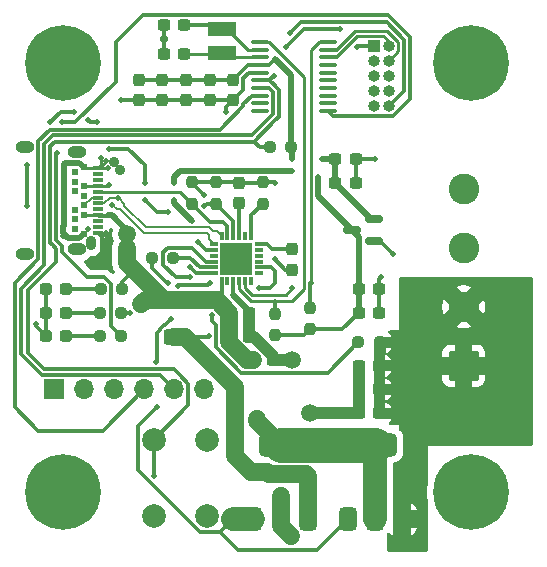
<source format=gbr>
%TF.GenerationSoftware,KiCad,Pcbnew,9.0.0*%
%TF.CreationDate,2025-08-18T11:23:06-07:00*%
%TF.ProjectId,USB_C_Simple_Trig,5553425f-435f-4536-996d-706c655f5472,rev?*%
%TF.SameCoordinates,Original*%
%TF.FileFunction,Copper,L1,Top*%
%TF.FilePolarity,Positive*%
%FSLAX46Y46*%
G04 Gerber Fmt 4.6, Leading zero omitted, Abs format (unit mm)*
G04 Created by KiCad (PCBNEW 9.0.0) date 2025-08-18 11:23:06*
%MOMM*%
%LPD*%
G01*
G04 APERTURE LIST*
G04 Aperture macros list*
%AMRoundRect*
0 Rectangle with rounded corners*
0 $1 Rounding radius*
0 $2 $3 $4 $5 $6 $7 $8 $9 X,Y pos of 4 corners*
0 Add a 4 corners polygon primitive as box body*
4,1,4,$2,$3,$4,$5,$6,$7,$8,$9,$2,$3,0*
0 Add four circle primitives for the rounded corners*
1,1,$1+$1,$2,$3*
1,1,$1+$1,$4,$5*
1,1,$1+$1,$6,$7*
1,1,$1+$1,$8,$9*
0 Add four rect primitives between the rounded corners*
20,1,$1+$1,$2,$3,$4,$5,0*
20,1,$1+$1,$4,$5,$6,$7,0*
20,1,$1+$1,$6,$7,$8,$9,0*
20,1,$1+$1,$8,$9,$2,$3,0*%
G04 Aperture macros list end*
%TA.AperFunction,SMDPad,CuDef*%
%ADD10RoundRect,0.237500X-0.287500X-0.237500X0.287500X-0.237500X0.287500X0.237500X-0.287500X0.237500X0*%
%TD*%
%TA.AperFunction,SMDPad,CuDef*%
%ADD11RoundRect,0.237500X-0.250000X-0.237500X0.250000X-0.237500X0.250000X0.237500X-0.250000X0.237500X0*%
%TD*%
%TA.AperFunction,SMDPad,CuDef*%
%ADD12RoundRect,0.237500X-0.300000X-0.237500X0.300000X-0.237500X0.300000X0.237500X-0.300000X0.237500X0*%
%TD*%
%TA.AperFunction,ComponentPad*%
%ADD13R,1.000000X1.000000*%
%TD*%
%TA.AperFunction,ComponentPad*%
%ADD14O,1.000000X1.000000*%
%TD*%
%TA.AperFunction,SMDPad,CuDef*%
%ADD15RoundRect,0.237500X0.300000X0.237500X-0.300000X0.237500X-0.300000X-0.237500X0.300000X-0.237500X0*%
%TD*%
%TA.AperFunction,SMDPad,CuDef*%
%ADD16RoundRect,0.237500X0.250000X0.237500X-0.250000X0.237500X-0.250000X-0.237500X0.250000X-0.237500X0*%
%TD*%
%TA.AperFunction,ComponentPad*%
%ADD17C,6.400000*%
%TD*%
%TA.AperFunction,SMDPad,CuDef*%
%ADD18RoundRect,0.375000X0.375000X-0.625000X0.375000X0.625000X-0.375000X0.625000X-0.375000X-0.625000X0*%
%TD*%
%TA.AperFunction,SMDPad,CuDef*%
%ADD19RoundRect,0.500000X1.400000X-0.500000X1.400000X0.500000X-1.400000X0.500000X-1.400000X-0.500000X0*%
%TD*%
%TA.AperFunction,SMDPad,CuDef*%
%ADD20RoundRect,0.237500X-0.237500X0.300000X-0.237500X-0.300000X0.237500X-0.300000X0.237500X0.300000X0*%
%TD*%
%TA.AperFunction,ComponentPad*%
%ADD21C,2.000000*%
%TD*%
%TA.AperFunction,ComponentPad*%
%ADD22O,1.600200X1.016000*%
%TD*%
%TA.AperFunction,ComponentPad*%
%ADD23O,0.914400X1.193800*%
%TD*%
%TA.AperFunction,SMDPad,CuDef*%
%ADD24R,0.889000X0.304800*%
%TD*%
%TA.AperFunction,ComponentPad*%
%ADD25C,0.609600*%
%TD*%
%TA.AperFunction,ComponentPad*%
%ADD26RoundRect,0.250000X1.050000X-1.050000X1.050000X1.050000X-1.050000X1.050000X-1.050000X-1.050000X0*%
%TD*%
%TA.AperFunction,ComponentPad*%
%ADD27C,2.600000*%
%TD*%
%TA.AperFunction,SMDPad,CuDef*%
%ADD28RoundRect,0.100000X-0.637500X-0.100000X0.637500X-0.100000X0.637500X0.100000X-0.637500X0.100000X0*%
%TD*%
%TA.AperFunction,SMDPad,CuDef*%
%ADD29RoundRect,0.237500X0.237500X-0.250000X0.237500X0.250000X-0.237500X0.250000X-0.237500X-0.250000X0*%
%TD*%
%TA.AperFunction,ComponentPad*%
%ADD30R,1.700000X1.700000*%
%TD*%
%TA.AperFunction,ComponentPad*%
%ADD31O,1.700000X1.700000*%
%TD*%
%TA.AperFunction,SMDPad,CuDef*%
%ADD32RoundRect,0.237500X-0.237500X0.250000X-0.237500X-0.250000X0.237500X-0.250000X0.237500X0.250000X0*%
%TD*%
%TA.AperFunction,SMDPad,CuDef*%
%ADD33RoundRect,0.237500X0.237500X-0.300000X0.237500X0.300000X-0.237500X0.300000X-0.237500X-0.300000X0*%
%TD*%
%TA.AperFunction,SMDPad,CuDef*%
%ADD34R,2.387600X1.193800*%
%TD*%
%TA.AperFunction,SMDPad,CuDef*%
%ADD35RoundRect,0.250000X-0.625000X0.400000X-0.625000X-0.400000X0.625000X-0.400000X0.625000X0.400000X0*%
%TD*%
%TA.AperFunction,SMDPad,CuDef*%
%ADD36R,0.300000X0.750000*%
%TD*%
%TA.AperFunction,SMDPad,CuDef*%
%ADD37R,0.750000X0.300000*%
%TD*%
%TA.AperFunction,SMDPad,CuDef*%
%ADD38R,2.700000X2.700000*%
%TD*%
%TA.AperFunction,SMDPad,CuDef*%
%ADD39RoundRect,0.150000X0.587500X0.150000X-0.587500X0.150000X-0.587500X-0.150000X0.587500X-0.150000X0*%
%TD*%
%TA.AperFunction,ViaPad*%
%ADD40C,1.500000*%
%TD*%
%TA.AperFunction,ViaPad*%
%ADD41C,0.500000*%
%TD*%
%TA.AperFunction,ViaPad*%
%ADD42C,0.900000*%
%TD*%
%TA.AperFunction,ViaPad*%
%ADD43C,0.700000*%
%TD*%
%TA.AperFunction,Conductor*%
%ADD44C,1.500000*%
%TD*%
%TA.AperFunction,Conductor*%
%ADD45C,0.300000*%
%TD*%
%TA.AperFunction,Conductor*%
%ADD46C,2.000000*%
%TD*%
%TA.AperFunction,Conductor*%
%ADD47C,3.000000*%
%TD*%
%TA.AperFunction,Conductor*%
%ADD48C,0.254000*%
%TD*%
%TA.AperFunction,Conductor*%
%ADD49C,0.500000*%
%TD*%
%TA.AperFunction,Conductor*%
%ADD50C,1.000000*%
%TD*%
%TA.AperFunction,Conductor*%
%ADD51C,0.550000*%
%TD*%
%TA.AperFunction,Conductor*%
%ADD52C,0.200000*%
%TD*%
%TA.AperFunction,Conductor*%
%ADD53C,0.150000*%
%TD*%
G04 APERTURE END LIST*
D10*
%TO.P,D2,1,K*%
%TO.N,GND*%
X121625000Y-108500000D03*
%TO.P,D2,2,A*%
%TO.N,Net-(D2-A)*%
X123375000Y-108500000D03*
%TD*%
D11*
%TO.P,R9,1*%
%TO.N,Net-(D3-A)*%
X126175000Y-112500000D03*
%TO.P,R9,2*%
%TO.N,/MCU/STATUS_LED*%
X128000000Y-112500000D03*
%TD*%
D12*
%TO.P,C4,1*%
%TO.N,VBUS*%
X139137500Y-114500000D03*
%TO.P,C4,2*%
%TO.N,GND*%
X140862500Y-114500000D03*
%TD*%
%TO.P,C2,1*%
%TO.N,VBUS*%
X137137500Y-110500000D03*
%TO.P,C2,2*%
%TO.N,GND*%
X138862500Y-110500000D03*
%TD*%
D13*
%TO.P,J4,1,VTref*%
%TO.N,+3V3*%
X149375000Y-87920000D03*
D14*
%TO.P,J4,2,SWDIO/TMS*%
%TO.N,/MCU/SWDIO*%
X150645000Y-87920000D03*
%TO.P,J4,3,GND*%
%TO.N,GND*%
X149375000Y-89190000D03*
%TO.P,J4,4,SWCLK/TCK*%
%TO.N,/MCU/SWCLK*%
X150645000Y-89190000D03*
%TO.P,J4,5,GND*%
%TO.N,GND*%
X149375000Y-90460000D03*
%TO.P,J4,6,SWO/TDO*%
%TO.N,unconnected-(J4-SWO{slash}TDO-Pad6)*%
X150645000Y-90460000D03*
%TO.P,J4,7,KEY*%
%TO.N,unconnected-(J4-KEY-Pad7)*%
X149375000Y-91730000D03*
%TO.P,J4,8,NC/TDI*%
%TO.N,unconnected-(J4-NC{slash}TDI-Pad8)*%
X150645000Y-91730000D03*
%TO.P,J4,9,GNDDetect*%
%TO.N,GND*%
X149375000Y-93000000D03*
%TO.P,J4,10,~{RESET}*%
%TO.N,/MCU/NRST*%
X150645000Y-93000000D03*
%TD*%
D15*
%TO.P,C9,1*%
%TO.N,VOUT*%
X149862500Y-117000000D03*
%TO.P,C9,2*%
%TO.N,GND*%
X148137500Y-117000000D03*
%TD*%
D16*
%TO.P,R2,1*%
%TO.N,VBUS*%
X128087500Y-108500000D03*
%TO.P,R2,2*%
%TO.N,Net-(D2-A)*%
X126262500Y-108500000D03*
%TD*%
D17*
%TO.P,H4,1,1*%
%TO.N,GND*%
X123100000Y-125700000D03*
%TD*%
D18*
%TO.P,Q2,1,D*%
%TO.N,Net-(Q1-D)*%
X149500000Y-128000000D03*
D19*
X149500000Y-121700000D03*
D18*
%TO.P,Q2,2,G*%
%TO.N,Net-(Q1-G)*%
X147200000Y-128000000D03*
%TO.P,Q2,3,S*%
%TO.N,VOUT*%
X151800000Y-128000000D03*
%TD*%
D20*
%TO.P,C21,1*%
%TO.N,+3V3*%
X137500000Y-90762500D03*
%TO.P,C21,2*%
%TO.N,GND*%
X137500000Y-92487500D03*
%TD*%
D21*
%TO.P,SW1,1,1*%
%TO.N,GND*%
X135250000Y-121250000D03*
X135250000Y-127750000D03*
%TO.P,SW1,2,2*%
%TO.N,/MCU/NRST*%
X130750000Y-121250000D03*
X130750000Y-127750000D03*
%TD*%
D11*
%TO.P,R12,1*%
%TO.N,Net-(Q1-G)*%
X130587500Y-105850000D03*
%TO.P,R12,2*%
%TO.N,/USB_C_IC/PWR_EN*%
X132412500Y-105850000D03*
%TD*%
D22*
%TO.P,J1,25*%
%TO.N,N/C*%
X124247400Y-96876201D03*
%TO.P,J1,26*%
X119847400Y-96516199D03*
%TO.P,J1,27*%
X124247400Y-105136199D03*
%TO.P,J1,28*%
X119847400Y-105496201D03*
D23*
%TO.P,J1,29*%
X125487400Y-104606200D03*
D24*
%TO.P,J1,A1,GND*%
%TO.N,GND*%
X126052400Y-98255507D03*
%TO.P,J1,A2,TX1+*%
%TO.N,unconnected-(J1-TX1+-PadA2)*%
X126052400Y-98755633D03*
%TO.P,J1,A3,TX1-*%
%TO.N,unconnected-(J1-TX1--PadA3)*%
X126052400Y-99255759D03*
%TO.P,J1,A4,VBUS*%
%TO.N,VBUS*%
X126052400Y-99755885D03*
%TO.P,J1,A5,CC1*%
%TO.N,/USB_C_IC/CC1*%
X126052400Y-100256011D03*
%TO.P,J1,A6,D+*%
%TO.N,/USB_C_IC/data_+*%
X126052400Y-100756137D03*
%TO.P,J1,A7,D-*%
%TO.N,/USB_C_IC/data_-*%
X126052400Y-101256263D03*
%TO.P,J1,A8,SBU1*%
%TO.N,unconnected-(J1-SBU1-PadA8)*%
X126052400Y-101756389D03*
%TO.P,J1,A9,VBUS*%
%TO.N,VBUS*%
X126052400Y-102256515D03*
%TO.P,J1,A10,RX2-*%
%TO.N,unconnected-(J1-RX2--PadA10)*%
X126052400Y-102756641D03*
%TO.P,J1,A11,RX2+*%
%TO.N,unconnected-(J1-RX2+-PadA11)*%
X126052400Y-103256767D03*
%TO.P,J1,A12,GND*%
%TO.N,GND*%
X126052400Y-103756893D03*
D25*
%TO.P,J1,B1,GND*%
X124837400Y-103806393D03*
%TO.P,J1,B2,TX2+*%
%TO.N,unconnected-(J1-TX2+-PadB2)*%
X124137400Y-103406267D03*
%TO.P,J1,B3,TX2-*%
%TO.N,unconnected-(J1-TX2--PadB3)*%
X124137400Y-102606141D03*
%TO.P,J1,B4,VBUS*%
%TO.N,VBUS*%
X124837400Y-102206015D03*
%TO.P,J1,B5,CC2*%
%TO.N,/USB_C_IC/CC2*%
X124137400Y-101781389D03*
%TO.P,J1,B6,D+*%
%TO.N,/USB_C_IC/data_+*%
X124837400Y-101418763D03*
%TO.P,J1,B7,D-*%
%TO.N,/USB_C_IC/data_-*%
X124837400Y-100618637D03*
%TO.P,J1,B8,SBU2*%
%TO.N,unconnected-(J1-SBU2-PadB8)*%
X124137400Y-100181011D03*
%TO.P,J1,B9,VBUS*%
%TO.N,VBUS*%
X124837400Y-99806385D03*
%TO.P,J1,B10,RX1-*%
%TO.N,unconnected-(J1-RX1--PadB10)*%
X124137400Y-99406259D03*
%TO.P,J1,B11,RX1+*%
%TO.N,unconnected-(J1-RX1+-PadB11)*%
X124137400Y-98606133D03*
%TO.P,J1,B12,GND*%
%TO.N,GND*%
X124837400Y-98206007D03*
%TD*%
D17*
%TO.P,H3,1,1*%
%TO.N,GND*%
X123100000Y-89400000D03*
%TD*%
D12*
%TO.P,C6,1*%
%TO.N,+5V*%
X148137500Y-110500000D03*
%TO.P,C6,2*%
%TO.N,GND*%
X149862500Y-110500000D03*
%TD*%
D26*
%TO.P,J2,1,Pin_1*%
%TO.N,VOUT*%
X157000000Y-115000000D03*
D27*
%TO.P,J2,2,Pin_2*%
X157000000Y-110000000D03*
%TO.P,J2,3,Pin_3*%
%TO.N,GND*%
X157000000Y-105000000D03*
%TO.P,J2,4,Pin_4*%
X157000000Y-100000000D03*
%TD*%
D28*
%TO.P,U5,1,PB7*%
%TO.N,/MCU/I2C_SDA*%
X139775000Y-87575000D03*
%TO.P,U5,2,PC14*%
%TO.N,/MCU/OSC_IN*%
X139775000Y-88225000D03*
%TO.P,U5,3,PC15*%
%TO.N,/MCU/OSC_OUT*%
X139775000Y-88875000D03*
%TO.P,U5,4,VDD*%
%TO.N,+3V3*%
X139775000Y-89525000D03*
%TO.P,U5,5,VSS*%
%TO.N,GND*%
X139775000Y-90175000D03*
%TO.P,U5,6,PF2*%
%TO.N,/MCU/NRST*%
X139775000Y-90825000D03*
%TO.P,U5,7,PA0*%
%TO.N,/MCU/UART_TX*%
X139775000Y-91475000D03*
%TO.P,U5,8,PA1*%
%TO.N,/MCU/UART_RX*%
X139775000Y-92125000D03*
%TO.P,U5,9,PA2*%
%TO.N,unconnected-(U5-PA2-Pad9)*%
X139775000Y-92775000D03*
%TO.P,U5,10,PA3*%
%TO.N,unconnected-(U5-PA3-Pad10)*%
X139775000Y-93425000D03*
%TO.P,U5,11,PA4*%
%TO.N,/MCU/STATUS_LED*%
X145500000Y-93425000D03*
%TO.P,U5,12,PA5*%
%TO.N,unconnected-(U5-PA5-Pad12)*%
X145500000Y-92775000D03*
%TO.P,U5,13,PA6*%
%TO.N,unconnected-(U5-PA6-Pad13)*%
X145500000Y-92125000D03*
%TO.P,U5,14,PA7*%
%TO.N,unconnected-(U5-PA7-Pad14)*%
X145500000Y-91475000D03*
%TO.P,U5,15,PA8*%
%TO.N,unconnected-(U5-PA8-Pad15)*%
X145500000Y-90825000D03*
%TO.P,U5,16,PA9/PA11*%
%TO.N,unconnected-(U5-PA9{slash}PA11-Pad16)*%
X145500000Y-90175000D03*
%TO.P,U5,17,PA10/PA12*%
%TO.N,unconnected-(U5-PA10{slash}PA12-Pad17)*%
X145500000Y-89525000D03*
%TO.P,U5,18,PA13*%
%TO.N,/MCU/SWDIO*%
X145500000Y-88875000D03*
%TO.P,U5,19,PA14*%
%TO.N,/MCU/SWCLK*%
X145500000Y-88225000D03*
%TO.P,U5,20,PB6*%
%TO.N,/MCU/I2C_SCL*%
X145500000Y-87575000D03*
%TD*%
D29*
%TO.P,R11,1*%
%TO.N,+5V*%
X141000000Y-112412500D03*
%TO.P,R11,2*%
%TO.N,/MCU/I2C_SDA*%
X141000000Y-110587500D03*
%TD*%
D12*
%TO.P,C3,1*%
%TO.N,VBUS*%
X137137500Y-112520000D03*
%TO.P,C3,2*%
%TO.N,GND*%
X138862500Y-112520000D03*
%TD*%
D18*
%TO.P,Q1,1,D*%
%TO.N,Net-(Q1-D)*%
X141500000Y-128000000D03*
D19*
X141500000Y-121700000D03*
D18*
%TO.P,Q1,2,G*%
%TO.N,Net-(Q1-G)*%
X139200000Y-128000000D03*
%TO.P,Q1,3,S*%
%TO.N,Net-(IC1-VCC)*%
X143800000Y-128000000D03*
%TD*%
D30*
%TO.P,J3,1,Pin_1*%
%TO.N,GND*%
X122340000Y-117000000D03*
D31*
%TO.P,J3,2,Pin_2*%
%TO.N,unconnected-(J3-Pin_2-Pad2)*%
X124880000Y-117000000D03*
%TO.P,J3,3,Pin_3*%
%TO.N,unconnected-(J3-Pin_3-Pad3)*%
X127420000Y-117000000D03*
%TO.P,J3,4,Pin_4*%
%TO.N,/MCU/UART_RX*%
X129960000Y-117000000D03*
%TO.P,J3,5,Pin_5*%
%TO.N,/MCU/UART_TX*%
X132500000Y-117000000D03*
%TO.P,J3,6,Pin_6*%
%TO.N,unconnected-(J3-Pin_6-Pad6)*%
X135040000Y-117000000D03*
%TD*%
D32*
%TO.P,R5,1*%
%TO.N,GND*%
X134000000Y-99437500D03*
%TO.P,R5,2*%
%TO.N,/USB_C_IC/CC1*%
X134000000Y-101262500D03*
%TD*%
D20*
%TO.P,C19,1*%
%TO.N,+3V3*%
X133500000Y-90762500D03*
%TO.P,C19,2*%
%TO.N,GND*%
X133500000Y-92487500D03*
%TD*%
D15*
%TO.P,C10,1*%
%TO.N,VOUT*%
X149862500Y-115000000D03*
%TO.P,C10,2*%
%TO.N,GND*%
X148137500Y-115000000D03*
%TD*%
D20*
%TO.P,C20,1*%
%TO.N,+3V3*%
X135500000Y-90762500D03*
%TO.P,C20,2*%
%TO.N,GND*%
X135500000Y-92487500D03*
%TD*%
%TO.P,C7,1*%
%TO.N,+1V8*%
X142500000Y-105137500D03*
%TO.P,C7,2*%
%TO.N,GND*%
X142500000Y-106862500D03*
%TD*%
D12*
%TO.P,C22,1*%
%TO.N,GND*%
X131637500Y-86125000D03*
%TO.P,C22,2*%
%TO.N,/MCU/OSC_IN*%
X133362500Y-86125000D03*
%TD*%
D33*
%TO.P,C1,1*%
%TO.N,Net-(IC1-IFB)*%
X138000000Y-101212500D03*
%TO.P,C1,2*%
%TO.N,GND*%
X138000000Y-99487500D03*
%TD*%
D12*
%TO.P,C25,1*%
%TO.N,+3V3*%
X146137500Y-97490000D03*
%TO.P,C25,2*%
%TO.N,GND*%
X147862500Y-97490000D03*
%TD*%
D29*
%TO.P,R6,1*%
%TO.N,Net-(IC1-OTP)*%
X140000000Y-101262500D03*
%TO.P,R6,2*%
%TO.N,GND*%
X140000000Y-99437500D03*
%TD*%
D12*
%TO.P,C23,1*%
%TO.N,GND*%
X131637500Y-88625000D03*
%TO.P,C23,2*%
%TO.N,/MCU/OSC_OUT*%
X133362500Y-88625000D03*
%TD*%
D10*
%TO.P,D1,1,K*%
%TO.N,GND*%
X121625000Y-110500000D03*
%TO.P,D1,2,A*%
%TO.N,Net-(D1-A)*%
X123375000Y-110500000D03*
%TD*%
D20*
%TO.P,C17,1*%
%TO.N,+3V3*%
X129500000Y-90762500D03*
%TO.P,C17,2*%
%TO.N,GND*%
X129500000Y-92487500D03*
%TD*%
D17*
%TO.P,H1,1,1*%
%TO.N,GND*%
X157600000Y-89400000D03*
%TD*%
%TO.P,H2,1,1*%
%TO.N,GND*%
X157600000Y-125700000D03*
%TD*%
D32*
%TO.P,R4,1*%
%TO.N,GND*%
X136000000Y-99437500D03*
%TO.P,R4,2*%
%TO.N,/USB_C_IC/CC2*%
X136000000Y-101262500D03*
%TD*%
D29*
%TO.P,R10,1*%
%TO.N,+5V*%
X144000000Y-111912500D03*
%TO.P,R10,2*%
%TO.N,/MCU/I2C_SCL*%
X144000000Y-110087500D03*
%TD*%
D20*
%TO.P,C18,1*%
%TO.N,+3V3*%
X131500000Y-90762500D03*
%TO.P,C18,2*%
%TO.N,GND*%
X131500000Y-92487500D03*
%TD*%
D12*
%TO.P,C5,1*%
%TO.N,+5V*%
X148137500Y-108500000D03*
%TO.P,C5,2*%
%TO.N,GND*%
X149862500Y-108500000D03*
%TD*%
D10*
%TO.P,D3,1,K*%
%TO.N,GND*%
X121625000Y-112500000D03*
%TO.P,D3,2,A*%
%TO.N,Net-(D3-A)*%
X123375000Y-112500000D03*
%TD*%
D34*
%TO.P,Y1,1,1*%
%TO.N,/MCU/OSC_OUT*%
X136500000Y-88503300D03*
%TO.P,Y1,2,2*%
%TO.N,/MCU/OSC_IN*%
X136500000Y-86496700D03*
%TD*%
D11*
%TO.P,R1,1*%
%TO.N,Net-(D1-A)*%
X126175000Y-110500000D03*
%TO.P,R1,2*%
%TO.N,Net-(IC1-LED)*%
X128000000Y-110500000D03*
%TD*%
D35*
%TO.P,R3,1*%
%TO.N,VBUS*%
X132500000Y-109450000D03*
%TO.P,R3,2*%
%TO.N,Net-(IC1-VCC)*%
X132500000Y-112550000D03*
%TD*%
D15*
%TO.P,C8,1*%
%TO.N,VOUT*%
X149862500Y-119020000D03*
%TO.P,C8,2*%
%TO.N,GND*%
X148137500Y-119020000D03*
%TD*%
D12*
%TO.P,C24,1*%
%TO.N,+3V3*%
X146137500Y-99500000D03*
%TO.P,C24,2*%
%TO.N,GND*%
X147862500Y-99500000D03*
%TD*%
D36*
%TO.P,IC1,1,ISENP*%
%TO.N,VBUS*%
X136500000Y-107850000D03*
%TO.P,IC1,2,NC_1*%
%TO.N,unconnected-(IC1-NC_1-Pad2)*%
X137000000Y-107850000D03*
%TO.P,IC1,3,GND_1*%
%TO.N,GND*%
X137500000Y-107850000D03*
%TO.P,IC1,4,SDA*%
%TO.N,/MCU/I2C_SDA*%
X138000000Y-107850000D03*
%TO.P,IC1,5,SCL*%
%TO.N,/MCU/I2C_SCL*%
X138500000Y-107850000D03*
%TO.P,IC1,6,FLIP*%
%TO.N,unconnected-(IC1-FLIP-Pad6)*%
X139000000Y-107850000D03*
D37*
%TO.P,IC1,7,NC_2*%
%TO.N,unconnected-(IC1-NC_2-Pad7)*%
X139675000Y-107175000D03*
%TO.P,IC1,8,LED*%
%TO.N,Net-(IC1-LED)*%
X139675000Y-106675000D03*
%TO.P,IC1,9,INT*%
%TO.N,unconnected-(IC1-INT-Pad9)*%
X139675000Y-106175000D03*
%TO.P,IC1,10,NC_3*%
%TO.N,unconnected-(IC1-NC_3-Pad10)*%
X139675000Y-105675000D03*
%TO.P,IC1,11,NC_4*%
%TO.N,unconnected-(IC1-NC_4-Pad11)*%
X139675000Y-105175000D03*
%TO.P,IC1,12,V18*%
%TO.N,+1V8*%
X139675000Y-104675000D03*
D36*
%TO.P,IC1,13,OTP*%
%TO.N,Net-(IC1-OTP)*%
X139000000Y-104000000D03*
%TO.P,IC1,14,NC_5*%
%TO.N,unconnected-(IC1-NC_5-Pad14)*%
X138500000Y-104000000D03*
%TO.P,IC1,15,IFB*%
%TO.N,Net-(IC1-IFB)*%
X138000000Y-104000000D03*
%TO.P,IC1,16,CC2*%
%TO.N,/USB_C_IC/CC2*%
X137500000Y-104000000D03*
%TO.P,IC1,17,CC1*%
%TO.N,/USB_C_IC/CC1*%
X137000000Y-104000000D03*
%TO.P,IC1,18,DN*%
%TO.N,/USB_C_IC/data_-*%
X136500000Y-104000000D03*
D37*
%TO.P,IC1,19,DP*%
%TO.N,/USB_C_IC/data_+*%
X135825000Y-104675000D03*
%TO.P,IC1,20,V5V*%
%TO.N,+5V*%
X135825000Y-105175000D03*
%TO.P,IC1,21,NC_6*%
%TO.N,unconnected-(IC1-NC_6-Pad21)*%
X135825000Y-105675000D03*
%TO.P,IC1,22,VOUT*%
%TO.N,Net-(IC1-VOUT)*%
X135825000Y-106175000D03*
%TO.P,IC1,23,PWR_EN*%
%TO.N,/USB_C_IC/PWR_EN*%
X135825000Y-106675000D03*
%TO.P,IC1,24,VCC*%
%TO.N,Net-(IC1-VCC)*%
X135825000Y-107175000D03*
D38*
%TO.P,IC1,25,GND_2*%
%TO.N,GND*%
X137750000Y-105925000D03*
%TD*%
D16*
%TO.P,R8,1*%
%TO.N,+3V3*%
X142412500Y-96500000D03*
%TO.P,R8,2*%
%TO.N,/MCU/NRST*%
X140587500Y-96500000D03*
%TD*%
D11*
%TO.P,R7,1*%
%TO.N,Net-(IC1-VOUT)*%
X148087500Y-113000000D03*
%TO.P,R7,2*%
%TO.N,VOUT*%
X149912500Y-113000000D03*
%TD*%
D39*
%TO.P,U10,1,GND*%
%TO.N,GND*%
X149437500Y-104450000D03*
%TO.P,U10,2,VO*%
%TO.N,+3V3*%
X149437500Y-102550000D03*
%TO.P,U10,3,VI*%
%TO.N,+5V*%
X147562500Y-103500000D03*
%TD*%
D40*
%TO.N,VOUT*%
X152000000Y-130000000D03*
X152000000Y-125500000D03*
%TO.N,VBUS*%
X130837500Y-108662500D03*
X129722416Y-109796856D03*
%TO.N,Net-(IC1-VCC)*%
X143800000Y-125500000D03*
X134412500Y-113587500D03*
%TO.N,Net-(Q1-D)*%
X149500000Y-125000000D03*
X142343905Y-129400001D03*
X145000000Y-121700000D03*
X141500000Y-126000000D03*
D41*
%TO.N,GND*%
X126850000Y-98250000D03*
X125157898Y-103400000D03*
X150000000Y-107500000D03*
X126750000Y-97700000D03*
X126650000Y-105550000D03*
X141000000Y-99500000D03*
X123103000Y-104024270D03*
X151000000Y-105500000D03*
X127000000Y-104200000D03*
X136900000Y-93500000D03*
D40*
X144000000Y-119000000D03*
D41*
X123103000Y-103200000D03*
X126729529Y-103794375D03*
X120753000Y-111500000D03*
X137500000Y-109000000D03*
X137750000Y-105925000D03*
D42*
X127400000Y-97750000D03*
D41*
X123150000Y-97950000D03*
D40*
X142500000Y-114500000D03*
D41*
X128000000Y-92500000D03*
X125400000Y-106200000D03*
D43*
X131637500Y-87350000D03*
D42*
X127900000Y-98400000D03*
D41*
X141000000Y-106000000D03*
X126317576Y-97399866D03*
X123150000Y-98950000D03*
X149500000Y-97500000D03*
X126900000Y-104750000D03*
X135000000Y-100500000D03*
D40*
%TO.N,VBUS*%
X128500000Y-105000000D03*
X128500000Y-103850000D03*
D41*
X126946902Y-99679011D03*
%TO.N,+5V*%
X132500000Y-99500000D03*
X132500000Y-101000000D03*
X142500000Y-98500000D03*
X134500000Y-104500000D03*
X144654000Y-99000000D03*
X134000000Y-102725000D03*
%TO.N,+3V3*%
X142500000Y-97500000D03*
X142000000Y-88000000D03*
X145000000Y-97500000D03*
X148000000Y-88000000D03*
X146500000Y-86500000D03*
X141000000Y-89000000D03*
%TO.N,/MCU/STATUS_LED*%
X123000000Y-94400000D03*
X122602000Y-97000000D03*
%TO.N,Net-(IC1-LED)*%
X135500000Y-108000000D03*
X139689468Y-108423000D03*
X128750000Y-110500000D03*
X132854471Y-108250000D03*
%TO.N,Net-(IC1-VOUT)*%
X135673894Y-110733452D03*
X133825735Y-107522794D03*
%TO.N,/MCU/NRST*%
X142325735Y-86825735D03*
X130800000Y-124300000D03*
X140943236Y-90423265D03*
%TO.N,/MCU/I2C_SCL*%
X142500000Y-108423000D03*
X144077000Y-108000000D03*
D40*
%TO.N,Net-(Q1-D)*%
X139500000Y-119500000D03*
D41*
%TO.N,Net-(Q1-G)*%
X132000000Y-108000000D03*
X131000000Y-118500000D03*
X132254471Y-111000000D03*
D40*
X137500000Y-128000000D03*
D41*
X130989381Y-114698000D03*
%TO.N,Net-(IC1-VCC)*%
X133825735Y-106674265D03*
X135400000Y-112500000D03*
%TO.N,/USB_C_IC/CC2*%
X125185202Y-94185201D03*
X126000000Y-94400000D03*
X122000000Y-94400000D03*
X130000000Y-101000000D03*
X132000000Y-102000000D03*
X135043015Y-101456985D03*
X120000000Y-98000000D03*
X124000000Y-93500000D03*
X127000000Y-96617201D03*
X130000000Y-99500000D03*
X120000000Y-101500000D03*
%TO.N,/USB_C_IC/data_-*%
X127774626Y-100833011D03*
%TO.N,/USB_C_IC/data_+*%
X127269003Y-101343698D03*
%TD*%
D44*
%TO.N,VBUS*%
X130837500Y-108662500D02*
X129087500Y-106912500D01*
X130069272Y-109450000D02*
X129722416Y-109796856D01*
X132500000Y-109450000D02*
X130069272Y-109450000D01*
D45*
%TO.N,Net-(Q1-G)*%
X132000000Y-108000000D02*
X131872058Y-108000000D01*
X131872058Y-108000000D02*
X130587500Y-106715442D01*
X130587500Y-106715442D02*
X130587500Y-105850000D01*
X131000000Y-112254471D02*
X131000000Y-114687381D01*
X131274000Y-111980471D02*
X131000000Y-112254471D01*
X131000000Y-114687381D02*
X130989381Y-114698000D01*
X131274000Y-111894130D02*
X131274000Y-111980471D01*
X131705471Y-111549000D02*
X131619130Y-111549000D01*
X132254471Y-111000000D02*
X131705471Y-111549000D01*
X131619130Y-111549000D02*
X131274000Y-111894130D01*
%TO.N,Net-(IC1-LED)*%
X132980677Y-108123794D02*
X135376206Y-108123794D01*
X132854471Y-108250000D02*
X132980677Y-108123794D01*
X135376206Y-108123794D02*
X135500000Y-108000000D01*
%TO.N,Net-(IC1-VCC)*%
X135350000Y-112550000D02*
X132500000Y-112550000D01*
X135400000Y-112500000D02*
X135350000Y-112550000D01*
%TO.N,Net-(IC1-VOUT)*%
X136000000Y-111552212D02*
X136000000Y-113439423D01*
X135673894Y-111226106D02*
X136000000Y-111552212D01*
X145486500Y-115601000D02*
X148087500Y-113000000D01*
X135673894Y-110733452D02*
X135673894Y-111226106D01*
X136000000Y-113439423D02*
X138161577Y-115601000D01*
X138161577Y-115601000D02*
X145486500Y-115601000D01*
D44*
%TO.N,Net-(IC1-VCC)*%
X137649000Y-116824000D02*
X134412500Y-113587500D01*
X143800000Y-125500000D02*
X143800000Y-128000000D01*
X137649000Y-122649000D02*
X137649000Y-116824000D01*
X139000000Y-124000000D02*
X137649000Y-122649000D01*
X140333763Y-124000000D02*
X139000000Y-124000000D01*
X143651000Y-124151000D02*
X140484763Y-124151000D01*
X140484763Y-124151000D02*
X140333763Y-124000000D01*
X143800000Y-125500000D02*
X143800000Y-124300000D01*
X143800000Y-124300000D02*
X143651000Y-124151000D01*
D46*
%TO.N,Net-(Q1-D)*%
X149500000Y-125000000D02*
X149500000Y-122700000D01*
D45*
%TO.N,Net-(Q1-G)*%
X137888674Y-130590674D02*
X144609326Y-130590674D01*
X136399000Y-129101000D02*
X137888674Y-130590674D01*
X144609326Y-130590674D02*
X147200000Y-128000000D01*
D44*
%TO.N,Net-(Q1-D)*%
X141500000Y-128556096D02*
X142343905Y-129400001D01*
X141500000Y-128000000D02*
X141500000Y-128556096D01*
D47*
X145000000Y-121700000D02*
X148500000Y-121700000D01*
D44*
X141500000Y-128000000D02*
X141500000Y-126000000D01*
D45*
%TO.N,Net-(IC1-IFB)*%
X138000000Y-104000000D02*
X138000000Y-101212500D01*
D48*
%TO.N,GND*%
X126052400Y-103756893D02*
X126272600Y-103977093D01*
D45*
X149490000Y-97490000D02*
X149500000Y-97500000D01*
D49*
X138862500Y-110500000D02*
X138862500Y-110362500D01*
D48*
X126729529Y-103794375D02*
X126692047Y-103756893D01*
X126052400Y-103756893D02*
X126406893Y-103756893D01*
D45*
X131637500Y-86125000D02*
X131637500Y-87350000D01*
D50*
X146020000Y-119020000D02*
X148137500Y-119020000D01*
D48*
X126650000Y-105550000D02*
X126600000Y-105500000D01*
D45*
X149950000Y-104450000D02*
X151000000Y-105500000D01*
X134000000Y-99437500D02*
X136000000Y-99437500D01*
X134000000Y-99437500D02*
X134000000Y-99500000D01*
D49*
X123150000Y-103153000D02*
X123103000Y-103200000D01*
D45*
X129500000Y-92487500D02*
X131500000Y-92487500D01*
X140937500Y-99437500D02*
X141000000Y-99500000D01*
X129500000Y-92487500D02*
X128012500Y-92487500D01*
X147862500Y-97490000D02*
X149490000Y-97490000D01*
D49*
X123544105Y-104191163D02*
X123103000Y-103750058D01*
X123150000Y-98950000D02*
X123150000Y-103153000D01*
D48*
X127000000Y-104200000D02*
X127000000Y-104050000D01*
X126317576Y-97990331D02*
X126317576Y-97399866D01*
X126231587Y-103756893D02*
X126052400Y-103756893D01*
D45*
X131637500Y-87350000D02*
X131637500Y-88625000D01*
D48*
X126406893Y-103756893D02*
X126700000Y-104050000D01*
D45*
X120753000Y-111500000D02*
X120753000Y-111628000D01*
X121625000Y-110500000D02*
X121625000Y-112500000D01*
D49*
X124466594Y-97835201D02*
X124837400Y-98206007D01*
D45*
X136000000Y-99437500D02*
X137950000Y-99437500D01*
D48*
X126194493Y-98255507D02*
X126750000Y-97700000D01*
X127000000Y-104050000D02*
X126706893Y-103756893D01*
X126052400Y-98255507D02*
X126317576Y-97990331D01*
D50*
X144000000Y-119000000D02*
X146000000Y-119000000D01*
X146000000Y-119000000D02*
X146020000Y-119020000D01*
D48*
X126844493Y-98255507D02*
X126850000Y-98250000D01*
D50*
X140862500Y-114172976D02*
X139209524Y-112520000D01*
D48*
X126052400Y-98255507D02*
X126844493Y-98255507D01*
X126600000Y-105500000D02*
X126600000Y-105100000D01*
X126692047Y-103756893D02*
X126052400Y-103756893D01*
D50*
X140862500Y-114500000D02*
X140862500Y-114172976D01*
D45*
X141862500Y-106862500D02*
X141000000Y-106000000D01*
X136900000Y-93100000D02*
X137500000Y-92500000D01*
X139950000Y-99487500D02*
X140000000Y-99437500D01*
X149862500Y-108500000D02*
X149862500Y-110500000D01*
D48*
X126700000Y-104050000D02*
X126700000Y-104550000D01*
X126272600Y-103977093D02*
X126272600Y-105327400D01*
D45*
X137500000Y-92487500D02*
X135500000Y-92487500D01*
X131650000Y-88612500D02*
X131637500Y-88625000D01*
X138000000Y-99487500D02*
X139950000Y-99487500D01*
X131500000Y-92487500D02*
X133500000Y-92487500D01*
X137500000Y-107850000D02*
X137500000Y-109000000D01*
D48*
X126700000Y-104550000D02*
X126900000Y-104750000D01*
D45*
X137500000Y-92500000D02*
X137500000Y-92487500D01*
D48*
X126706893Y-103756893D02*
X126052400Y-103756893D01*
X124886900Y-98255507D02*
X124837400Y-98206007D01*
X126272600Y-105327400D02*
X125400000Y-106200000D01*
D45*
X147862500Y-97490000D02*
X147862500Y-99500000D01*
X149862500Y-108500000D02*
X149862500Y-107637500D01*
D49*
X138862500Y-110362500D02*
X137500000Y-109000000D01*
D45*
X133500000Y-92487500D02*
X135500000Y-92487500D01*
D49*
X124466594Y-104177199D02*
X123558069Y-104177199D01*
D45*
X149437500Y-104450000D02*
X149950000Y-104450000D01*
X120753000Y-111628000D02*
X121625000Y-112500000D01*
D49*
X124837400Y-103806393D02*
X124466594Y-104177199D01*
D45*
X134000000Y-99500000D02*
X135000000Y-100500000D01*
X142500000Y-106862500D02*
X141862500Y-106862500D01*
X136900000Y-93500000D02*
X136900000Y-93100000D01*
D48*
X126500000Y-105000000D02*
X126500000Y-104204493D01*
X126600000Y-105100000D02*
X126500000Y-105000000D01*
D45*
X149862500Y-107637500D02*
X150000000Y-107500000D01*
D48*
X126052400Y-98255507D02*
X124886900Y-98255507D01*
D45*
X139775000Y-90175000D02*
X138825000Y-90175000D01*
D49*
X123558069Y-104177199D02*
X123544105Y-104191163D01*
D50*
X138862500Y-112520000D02*
X138862500Y-110500000D01*
D45*
X128012500Y-92487500D02*
X128000000Y-92500000D01*
D49*
X123150000Y-97950000D02*
X123264799Y-97835201D01*
D48*
X126052400Y-98255507D02*
X126194493Y-98255507D01*
D45*
X138326000Y-91661500D02*
X137500000Y-92487500D01*
D49*
X123264799Y-97835201D02*
X124466594Y-97835201D01*
D50*
X140862500Y-114500000D02*
X142500000Y-114500000D01*
X148137500Y-115000000D02*
X148137500Y-117000000D01*
D45*
X137950000Y-99437500D02*
X138000000Y-99487500D01*
D48*
X126500000Y-104204493D02*
X126052400Y-103756893D01*
D49*
X123150000Y-97950000D02*
X123150000Y-98950000D01*
D50*
X148137500Y-117000000D02*
X148137500Y-119020000D01*
D45*
X138825000Y-90175000D02*
X138326000Y-90674000D01*
X140000000Y-99437500D02*
X140937500Y-99437500D01*
D49*
X123103000Y-103750058D02*
X123103000Y-103200000D01*
D50*
X139209524Y-112520000D02*
X138862500Y-112520000D01*
D45*
X121625000Y-108500000D02*
X121625000Y-110500000D01*
X138326000Y-90674000D02*
X138326000Y-91661500D01*
%TO.N,VBUS*%
X136500000Y-107850000D02*
X136500000Y-109037500D01*
D48*
X126946902Y-99682109D02*
X126873126Y-99755885D01*
X126072126Y-102276241D02*
X126823759Y-102276241D01*
X126052400Y-102256515D02*
X126072126Y-102236789D01*
X126052400Y-99755885D02*
X124887900Y-99755885D01*
X126873126Y-99755885D02*
X126052400Y-99755885D01*
D45*
X128087500Y-107912500D02*
X129087500Y-106912500D01*
D51*
X128500000Y-103850000D02*
X128500000Y-103557050D01*
D44*
X138617626Y-114500000D02*
X139137500Y-114500000D01*
D48*
X126052400Y-102256515D02*
X124887900Y-102256515D01*
D51*
X127192950Y-102250000D02*
X126850000Y-102250000D01*
D48*
X124887900Y-102256515D02*
X124837400Y-102206015D01*
D44*
X128500000Y-106325000D02*
X128500000Y-105000000D01*
X131625000Y-109450000D02*
X130837500Y-108662500D01*
X137137500Y-113019874D02*
X138617626Y-114500000D01*
D51*
X128500000Y-105000000D02*
X128500000Y-103850000D01*
D44*
X137137500Y-110500000D02*
X137137500Y-112520000D01*
D48*
X126072126Y-102236789D02*
X126600000Y-102236789D01*
D45*
X136500000Y-109037500D02*
X136087500Y-109450000D01*
X128087500Y-108500000D02*
X128087500Y-107912500D01*
D44*
X136087500Y-109450000D02*
X137137500Y-110500000D01*
X129087500Y-106912500D02*
X128500000Y-106325000D01*
D48*
X126052400Y-102256515D02*
X126072126Y-102276241D01*
D44*
X132500000Y-109450000D02*
X136087500Y-109450000D01*
D48*
X126823759Y-102276241D02*
X126850000Y-102250000D01*
X124887900Y-99755885D02*
X124837400Y-99806385D01*
D44*
X137137500Y-112520000D02*
X137137500Y-113019874D01*
X132500000Y-109450000D02*
X131625000Y-109450000D01*
D48*
X126946902Y-99679011D02*
X126946902Y-99682109D01*
D51*
X128500000Y-103557050D02*
X127192950Y-102250000D01*
D49*
%TO.N,+5V*%
X133000000Y-98500000D02*
X132500000Y-99000000D01*
X144654000Y-100591500D02*
X144654000Y-99000000D01*
X133994734Y-102725000D02*
X134000000Y-102725000D01*
D45*
X135825000Y-105175000D02*
X135175000Y-105175000D01*
X135175000Y-105175000D02*
X134500000Y-104500000D01*
D49*
X148137500Y-108500000D02*
X148137500Y-110500000D01*
X148137500Y-108500000D02*
X148137500Y-104075000D01*
X147562500Y-103500000D02*
X144654000Y-100591500D01*
X132500000Y-99000000D02*
X132500000Y-99500000D01*
X142500000Y-98500000D02*
X133000000Y-98500000D01*
D45*
X144000000Y-111912500D02*
X146725000Y-111912500D01*
X143500000Y-112412500D02*
X144000000Y-111912500D01*
D49*
X148137500Y-104075000D02*
X147562500Y-103500000D01*
X132500000Y-101000000D02*
X132500000Y-101230266D01*
D45*
X141000000Y-112412500D02*
X143500000Y-112412500D01*
X146725000Y-111912500D02*
X148137500Y-110500000D01*
D49*
X132500000Y-101230266D02*
X133994734Y-102725000D01*
D45*
%TO.N,+3V3*%
X133500000Y-90762500D02*
X131500000Y-90762500D01*
D49*
X149437500Y-102550000D02*
X149187500Y-102550000D01*
D45*
X137500000Y-90762500D02*
X135500000Y-90762500D01*
X146500000Y-86500000D02*
X143500000Y-86500000D01*
D49*
X142500000Y-97500000D02*
X142500000Y-96587500D01*
D45*
X143500000Y-86500000D02*
X142000000Y-88000000D01*
X129500000Y-90762500D02*
X131500000Y-90762500D01*
X141000000Y-89000000D02*
X141000000Y-89037499D01*
X141000000Y-89028082D02*
X140503082Y-89525000D01*
X140503082Y-89525000D02*
X139775000Y-89525000D01*
X139775000Y-89525000D02*
X138737500Y-89525000D01*
X149375000Y-87920000D02*
X148080000Y-87920000D01*
X148080000Y-87920000D02*
X148000000Y-88000000D01*
D49*
X145010000Y-97490000D02*
X145000000Y-97500000D01*
X146137500Y-97490000D02*
X145010000Y-97490000D01*
D45*
X135500000Y-90762500D02*
X133500000Y-90762500D01*
D49*
X142412500Y-90412500D02*
X141000000Y-89000000D01*
X142500000Y-96587500D02*
X142412500Y-96500000D01*
D45*
X138737500Y-89525000D02*
X137500000Y-90762500D01*
D49*
X142412500Y-96500000D02*
X142412500Y-90412500D01*
D45*
X141000000Y-89000000D02*
X141000000Y-89028082D01*
D49*
X149187500Y-102550000D02*
X146137500Y-99500000D01*
X146137500Y-99500000D02*
X146137500Y-97490000D01*
D48*
%TO.N,/MCU/OSC_IN*%
X136996700Y-86496700D02*
X136500000Y-86496700D01*
X139775000Y-88225000D02*
X138725000Y-88225000D01*
D45*
X136128300Y-86125000D02*
X136500000Y-86496700D01*
X133362500Y-86125000D02*
X136128300Y-86125000D01*
D48*
X138725000Y-88225000D02*
X136996700Y-86496700D01*
%TO.N,/MCU/OSC_OUT*%
X136500000Y-88503300D02*
X136003300Y-88503300D01*
X136003300Y-88503300D02*
X135881600Y-88625000D01*
X135881600Y-88625000D02*
X133362500Y-88625000D01*
X136871700Y-88875000D02*
X136500000Y-88503300D01*
X139775000Y-88875000D02*
X136871700Y-88875000D01*
D45*
%TO.N,Net-(D1-A)*%
X126175000Y-110500000D02*
X123375000Y-110500000D01*
%TO.N,Net-(D2-A)*%
X126262500Y-108500000D02*
X123375000Y-108500000D01*
%TO.N,/MCU/STATUS_LED*%
X127551000Y-87599057D02*
X127551000Y-90970873D01*
X122766217Y-104642656D02*
X123001000Y-104877438D01*
X124121873Y-94400000D02*
X123000000Y-94400000D01*
X123001000Y-105251000D02*
X123001000Y-105292481D01*
X145500000Y-93425000D02*
X145926000Y-93851000D01*
X122709521Y-104585960D02*
X122766217Y-104642656D01*
X152452000Y-92396496D02*
X152452000Y-87171517D01*
X126588846Y-107500000D02*
X127161500Y-108072654D01*
X145926000Y-93851000D02*
X150997496Y-93851000D01*
X150997496Y-93851000D02*
X152452000Y-92396496D01*
X123001000Y-104877438D02*
X123001000Y-104877439D01*
X129851057Y-85299000D02*
X127551000Y-87599057D01*
X125104292Y-107500000D02*
X126588846Y-107500000D01*
X150579483Y-85299000D02*
X129851057Y-85299000D01*
X127161500Y-108072654D02*
X127161500Y-111661500D01*
X123001000Y-105292481D02*
X123001000Y-105396708D01*
X122503000Y-97099000D02*
X122503000Y-104377438D01*
X122602000Y-97000000D02*
X122503000Y-97099000D01*
X122709521Y-104583958D02*
X122709521Y-104585960D01*
X152452000Y-87171517D02*
X150579483Y-85299000D01*
X127551000Y-90970873D02*
X124121873Y-94400000D01*
X123001000Y-104877440D02*
X123001000Y-105251000D01*
X123001000Y-105396708D02*
X125104292Y-107500000D01*
X122503000Y-104377438D02*
X122709521Y-104583958D01*
X123001000Y-104877439D02*
X123001000Y-104877440D01*
X127161500Y-111661500D02*
X128000000Y-112500000D01*
%TO.N,/MCU/UART_TX*%
X119500000Y-108500000D02*
X119500000Y-114000000D01*
X139775000Y-91475000D02*
X140512499Y-91475000D01*
X136572367Y-95500000D02*
X136571366Y-95501000D01*
X139078082Y-95500000D02*
X136572367Y-95500000D01*
X121501000Y-106499000D02*
X119500000Y-108500000D01*
X121501000Y-96207520D02*
X121501000Y-106499000D01*
X136571366Y-95501000D02*
X122207520Y-95501000D01*
X119500000Y-114000000D02*
X121299000Y-115799000D01*
X131299000Y-115799000D02*
X132500000Y-117000000D01*
X140863500Y-91826001D02*
X140863500Y-93714582D01*
X140863500Y-93714582D02*
X139078082Y-95500000D01*
X121299000Y-115799000D02*
X131299000Y-115799000D01*
X122207520Y-95501000D02*
X121501000Y-96207520D01*
X140512499Y-91475000D02*
X140863500Y-91826001D01*
%TO.N,/MCU/UART_RX*%
X139775000Y-92125000D02*
X139046918Y-92125000D01*
X126460000Y-120500000D02*
X129960000Y-117000000D01*
X119000000Y-118500000D02*
X121000000Y-120500000D01*
X138326000Y-93037846D02*
X136363846Y-95000000D01*
X121000000Y-106000000D02*
X119000000Y-108000000D01*
X138326000Y-92845918D02*
X138326000Y-93037846D01*
X122000000Y-95000000D02*
X121000000Y-96000000D01*
X136363846Y-95000000D02*
X122000000Y-95000000D01*
X139046918Y-92125000D02*
X138326000Y-92845918D01*
X121000000Y-96000000D02*
X121000000Y-106000000D01*
X121000000Y-120500000D02*
X126460000Y-120500000D01*
X119000000Y-108000000D02*
X119000000Y-118500000D01*
%TO.N,Net-(IC1-LED)*%
X140675000Y-106675000D02*
X141000000Y-107000000D01*
X139675000Y-106675000D02*
X140675000Y-106675000D01*
X140577000Y-108423000D02*
X139689468Y-108423000D01*
X128750000Y-110500000D02*
X128000000Y-110500000D01*
X141000000Y-107000000D02*
X141000000Y-108000000D01*
X141000000Y-108000000D02*
X140577000Y-108423000D01*
%TO.N,Net-(IC1-OTP)*%
X139000000Y-102262500D02*
X140000000Y-101262500D01*
X139000000Y-104000000D02*
X139000000Y-102262500D01*
%TO.N,Net-(IC1-VOUT)*%
X131574000Y-105362154D02*
X131936154Y-105000000D01*
X134000000Y-105000000D02*
X135175000Y-106175000D01*
X133825735Y-107522794D02*
X132670794Y-107522794D01*
X131936154Y-105000000D02*
X134000000Y-105000000D01*
X132670794Y-107522794D02*
X131574000Y-106426000D01*
X131574000Y-106426000D02*
X131574000Y-105362154D01*
X135175000Y-106175000D02*
X135825000Y-106175000D01*
%TO.N,/MCU/NRST*%
X141071020Y-94215582D02*
X139269401Y-96017201D01*
X140503082Y-90825000D02*
X139775000Y-90825000D01*
X151951000Y-87379037D02*
X150470963Y-85899000D01*
X139775000Y-90825000D02*
X140571019Y-90825000D01*
X120153000Y-108555521D02*
X120153000Y-113944480D01*
X122500000Y-105084960D02*
X122500000Y-105789480D01*
X122498000Y-105791480D02*
X122500000Y-105793480D01*
X122399839Y-96017201D02*
X122002000Y-96415040D01*
X140943236Y-90423265D02*
X140904817Y-90423265D01*
X141364500Y-92042939D02*
X141364500Y-92207061D01*
X140904817Y-90423265D02*
X140503082Y-90825000D01*
X141364500Y-91618480D02*
X141364500Y-91618481D01*
X143252470Y-85899000D02*
X142325735Y-86825735D01*
X140720020Y-90974000D02*
X141013499Y-91267479D01*
X130249950Y-115298000D02*
X130664992Y-115298000D01*
X131506521Y-115298000D02*
X132496471Y-115298000D01*
X139269401Y-96017201D02*
X122399839Y-96017201D01*
X122500000Y-105789480D02*
X122498000Y-105791480D01*
X141364500Y-91618481D02*
X141364500Y-91627897D01*
X131091480Y-115298000D02*
X131506521Y-115298000D01*
X120153000Y-113944480D02*
X121506520Y-115298000D01*
X122002000Y-104584960D02*
X122208521Y-104791480D01*
X141364500Y-92622103D02*
X141364500Y-93507062D01*
X150645000Y-93000000D02*
X151951000Y-91694000D01*
X141364500Y-92207061D02*
X141364500Y-92622103D01*
X122500000Y-106206520D02*
X122206521Y-106500000D01*
X151951000Y-91694000D02*
X151951000Y-87379037D01*
X139269401Y-96017201D02*
X139752200Y-96500000D01*
X140571019Y-90825000D02*
X140720019Y-90974000D01*
X132997471Y-115799000D02*
X133701000Y-116502529D01*
X141364500Y-93507062D02*
X141364500Y-93922102D01*
X141071021Y-91325001D02*
X141071020Y-91325001D01*
X130750000Y-121250000D02*
X130750000Y-124250000D01*
X150470963Y-85899000D02*
X143252470Y-85899000D01*
X141364500Y-91627897D02*
X141364500Y-92033521D01*
X141013499Y-91267480D02*
X141071021Y-91325001D01*
X141364500Y-93922102D02*
X141364500Y-93922103D01*
X141364500Y-92033521D02*
X141364500Y-92042939D01*
X133701000Y-117497471D02*
X133701000Y-118299000D01*
X122206521Y-104791480D02*
X122500000Y-105084960D01*
X133701000Y-116502529D02*
X133701000Y-117497471D01*
X122206521Y-106500000D02*
X122206520Y-106500000D01*
X139752200Y-96500000D02*
X140587500Y-96500000D01*
X133701000Y-118299000D02*
X130750000Y-121250000D01*
X130664992Y-115298000D02*
X131091480Y-115298000D01*
X141013499Y-91267479D02*
X141013499Y-91267480D01*
X141364500Y-93922103D02*
X141071020Y-94215582D01*
X122002000Y-96415040D02*
X122002000Y-104584960D01*
X122206520Y-106500000D02*
X120151000Y-108555521D01*
X129255008Y-115298000D02*
X129670050Y-115298000D01*
X141071021Y-91325001D02*
X141364500Y-91618480D01*
X129670050Y-115298000D02*
X130249950Y-115298000D01*
X132496471Y-115298000D02*
X132997471Y-115799000D01*
X140720019Y-90974000D02*
X140720020Y-90974000D01*
X130750000Y-124250000D02*
X130800000Y-124300000D01*
X121506520Y-115298000D02*
X129255008Y-115298000D01*
X122500000Y-105793480D02*
X122500000Y-106206520D01*
%TO.N,/MCU/I2C_SDA*%
X141000000Y-110587500D02*
X141000000Y-109500000D01*
D48*
X143500000Y-108500000D02*
X143500000Y-90562501D01*
X138000000Y-107850000D02*
X138000000Y-108531000D01*
X140512499Y-87575000D02*
X139775000Y-87575000D01*
X141000000Y-109500000D02*
X142500000Y-109500000D01*
X143500000Y-90562501D02*
X140512499Y-87575000D01*
X138000000Y-108531000D02*
X138969000Y-109500000D01*
X138969000Y-109500000D02*
X141000000Y-109500000D01*
X142500000Y-109500000D02*
X143500000Y-108500000D01*
%TO.N,/MCU/I2C_SCL*%
X144077000Y-88260501D02*
X144077000Y-108000000D01*
X139112468Y-109000000D02*
X138500000Y-108387532D01*
D45*
X144000000Y-108077000D02*
X144077000Y-108000000D01*
X144000000Y-110087500D02*
X144000000Y-108077000D01*
D48*
X138500000Y-108387532D02*
X138500000Y-107850000D01*
X144762501Y-87575000D02*
X144077000Y-88260501D01*
X141923000Y-109000000D02*
X139112468Y-109000000D01*
X145500000Y-87575000D02*
X144762501Y-87575000D01*
X142500000Y-108423000D02*
X141923000Y-109000000D01*
D45*
%TO.N,+1V8*%
X139675000Y-104675000D02*
X140325000Y-104675000D01*
X140325000Y-104675000D02*
X140787500Y-105137500D01*
X140787500Y-105137500D02*
X142500000Y-105137500D01*
D46*
%TO.N,Net-(Q1-D)*%
X149500000Y-122700000D02*
X148500000Y-121700000D01*
D47*
X148500000Y-121700000D02*
X149500000Y-121700000D01*
X141500000Y-121700000D02*
X145000000Y-121700000D01*
D44*
X139500000Y-119700000D02*
X141500000Y-121700000D01*
D46*
X149500000Y-128000000D02*
X149500000Y-125000000D01*
D44*
X139500000Y-119500000D02*
X139500000Y-119700000D01*
D46*
%TO.N,Net-(Q1-G)*%
X137500000Y-128000000D02*
X139200000Y-128000000D01*
D45*
X129399000Y-123809602D02*
X134690398Y-129101000D01*
X136399000Y-129101000D02*
X137500000Y-128000000D01*
X129399000Y-120101000D02*
X129399000Y-123809602D01*
X131000000Y-118500000D02*
X129399000Y-120101000D01*
X134690398Y-129101000D02*
X136399000Y-129101000D01*
D44*
%TO.N,Net-(IC1-VCC)*%
X132500000Y-112550000D02*
X133375000Y-112550000D01*
X133375000Y-112550000D02*
X134412500Y-113587500D01*
D45*
X133825735Y-106674265D02*
X134326470Y-107175000D01*
X134326470Y-107175000D02*
X135825000Y-107175000D01*
%TO.N,/USB_C_IC/CC2*%
X126000000Y-94400000D02*
X125400001Y-94400000D01*
X130000000Y-98000000D02*
X128617201Y-96617201D01*
X137500000Y-102762500D02*
X136000000Y-101262500D01*
X125400001Y-94400000D02*
X125185202Y-94185201D01*
X137500000Y-104000000D02*
X137500000Y-102762500D01*
X136000000Y-101262500D02*
X135237500Y-101262500D01*
X130000000Y-99500000D02*
X130000000Y-98000000D01*
X120000000Y-98000000D02*
X120000000Y-101500000D01*
X128617201Y-96617201D02*
X127000000Y-96617201D01*
X124000000Y-93500000D02*
X122900000Y-93500000D01*
X132000000Y-102000000D02*
X131000000Y-102000000D01*
X131000000Y-102000000D02*
X130000000Y-101000000D01*
X135237500Y-101262500D02*
X135043015Y-101456985D01*
X122900000Y-93500000D02*
X122000000Y-94400000D01*
%TO.N,/USB_C_IC/CC1*%
X137000000Y-104000000D02*
X137000000Y-103176000D01*
D48*
X126054400Y-100256011D02*
X132993511Y-100256011D01*
D45*
X137000000Y-103176000D02*
X136648000Y-102824000D01*
D48*
X132993511Y-100256011D02*
X134000000Y-101262500D01*
D45*
X135561500Y-102824000D02*
X134000000Y-101262500D01*
X136648000Y-102824000D02*
X135561500Y-102824000D01*
D52*
%TO.N,/USB_C_IC/data_-*%
X136102252Y-103602252D02*
X136500000Y-104000000D01*
X127774626Y-100833011D02*
X127734313Y-100792698D01*
X127734313Y-100792698D02*
X127040771Y-100792698D01*
X128265165Y-101446966D02*
X130093198Y-103275000D01*
X130093198Y-103275000D02*
X135418198Y-103275000D01*
X135745450Y-103602252D02*
X136102252Y-103602252D01*
X128265165Y-101305546D02*
X128265165Y-101446966D01*
X135418198Y-103275000D02*
X135745450Y-103602252D01*
X127792630Y-100833011D02*
X128265165Y-101305546D01*
X127040771Y-100792698D02*
X126577206Y-101256263D01*
X126577206Y-101256263D02*
X126052400Y-101256263D01*
X127774626Y-100833011D02*
X127792630Y-100833011D01*
D45*
%TO.N,/USB_C_IC/PWR_EN*%
X133850000Y-105850000D02*
X132412500Y-105850000D01*
X135825000Y-106675000D02*
X134675000Y-106675000D01*
X134675000Y-106675000D02*
X133850000Y-105850000D01*
D52*
%TO.N,/USB_C_IC/data_+*%
X129906802Y-103725000D02*
X135231802Y-103725000D01*
X135231802Y-103725000D02*
X135427252Y-103920450D01*
D53*
X124858650Y-101418763D02*
X125521276Y-100756137D01*
X125521276Y-100756137D02*
X126052400Y-100756137D01*
D52*
X127690470Y-101765165D02*
X127946966Y-101765165D01*
X127946966Y-101765165D02*
X129906802Y-103725000D01*
X135427252Y-103920450D02*
X135427252Y-104277252D01*
D53*
X124837400Y-101418763D02*
X124858650Y-101418763D01*
D52*
X127269003Y-101343698D02*
X127690470Y-101765165D01*
X135427252Y-104277252D02*
X135825000Y-104675000D01*
D48*
%TO.N,/MCU/SWCLK*%
X151473000Y-87577031D02*
X150532969Y-86637000D01*
X151473000Y-88362000D02*
X151473000Y-87577031D01*
X146195554Y-88225000D02*
X145500000Y-88225000D01*
X147783554Y-86637000D02*
X146195554Y-88225000D01*
X150532969Y-86637000D02*
X147783554Y-86637000D01*
X150645000Y-89190000D02*
X151473000Y-88362000D01*
%TO.N,/MCU/SWDIO*%
X150645000Y-87920000D02*
X150645000Y-87534000D01*
X146195554Y-88875000D02*
X145500000Y-88875000D01*
X150645000Y-87534000D02*
X150203000Y-87092000D01*
X147978554Y-87092000D02*
X146195554Y-88875000D01*
X150203000Y-87092000D02*
X147978554Y-87092000D01*
D45*
%TO.N,Net-(D3-A)*%
X123375000Y-112500000D02*
X126175000Y-112500000D01*
%TD*%
%TA.AperFunction,Conductor*%
%TO.N,VOUT*%
G36*
X162792538Y-107519685D02*
G01*
X162838293Y-107572489D01*
X162849499Y-107624000D01*
X162849499Y-121676000D01*
X162829814Y-121743039D01*
X162777010Y-121788794D01*
X162725499Y-121800000D01*
X153950000Y-121800000D01*
X153950000Y-125069441D01*
X153947617Y-125093632D01*
X153935137Y-125156369D01*
X153899500Y-125518209D01*
X153899500Y-125881790D01*
X153935136Y-126243620D01*
X153935138Y-126243633D01*
X153941967Y-126277967D01*
X153946050Y-126298492D01*
X153947617Y-126306366D01*
X153950000Y-126330558D01*
X153950000Y-130617174D01*
X153930315Y-130684213D01*
X153877511Y-130729968D01*
X153826000Y-130741174D01*
X150624000Y-130741174D01*
X150556961Y-130721489D01*
X150511206Y-130668685D01*
X150500000Y-130617174D01*
X150500000Y-129288546D01*
X150506821Y-129265314D01*
X150509380Y-129241235D01*
X150518338Y-129226094D01*
X150519685Y-129221507D01*
X150527341Y-129210874D01*
X150553675Y-129178112D01*
X150611015Y-129138196D01*
X150680837Y-129135616D01*
X150740970Y-129171194D01*
X150746967Y-129178115D01*
X150802632Y-129247366D01*
X150802633Y-129247367D01*
X150950972Y-129366606D01*
X151050000Y-129415719D01*
X151050000Y-129415718D01*
X152550000Y-129415718D01*
X152649027Y-129366606D01*
X152797366Y-129247367D01*
X152797367Y-129247366D01*
X152916607Y-129099025D01*
X152916609Y-129099022D01*
X153001168Y-128928523D01*
X153045566Y-128750000D01*
X152550000Y-128750000D01*
X152550000Y-129415718D01*
X151050000Y-129415718D01*
X151050000Y-127250000D01*
X152550000Y-127250000D01*
X153045566Y-127250000D01*
X153001168Y-127071476D01*
X152916609Y-126900977D01*
X152916607Y-126900974D01*
X152797367Y-126752633D01*
X152797366Y-126752632D01*
X152649025Y-126633392D01*
X152550000Y-126584280D01*
X152550000Y-127250000D01*
X151050000Y-127250000D01*
X151050000Y-126579736D01*
X151012544Y-126537882D01*
X151000500Y-126484573D01*
X151000500Y-123305390D01*
X151020185Y-123238351D01*
X151072989Y-123192596D01*
X151090382Y-123186176D01*
X151273049Y-123133909D01*
X151453407Y-123039698D01*
X151611109Y-122911109D01*
X151739698Y-122753407D01*
X151833909Y-122573049D01*
X151889886Y-122377418D01*
X151900500Y-122258037D01*
X151900499Y-121141964D01*
X151889886Y-121022582D01*
X151833909Y-120826951D01*
X151739698Y-120646593D01*
X151611109Y-120488891D01*
X151611107Y-120488889D01*
X151611106Y-120488888D01*
X151545638Y-120435505D01*
X151506122Y-120377884D01*
X151500000Y-120339404D01*
X151500000Y-120000000D01*
X150762345Y-120000000D01*
X150695306Y-119980315D01*
X150649551Y-119927511D01*
X150639607Y-119858353D01*
X150668632Y-119794797D01*
X150674664Y-119788319D01*
X150744944Y-119718038D01*
X150744947Y-119718034D01*
X150835448Y-119571311D01*
X150835453Y-119571300D01*
X150860737Y-119495000D01*
X149986500Y-119495000D01*
X149919461Y-119475315D01*
X149873706Y-119422511D01*
X149862500Y-119371000D01*
X149862500Y-119020000D01*
X149511500Y-119020000D01*
X149444461Y-119000315D01*
X149398706Y-118947511D01*
X149387500Y-118896000D01*
X149387500Y-118545000D01*
X150337500Y-118545000D01*
X150860736Y-118545000D01*
X150835453Y-118468699D01*
X150835448Y-118468688D01*
X150744947Y-118321965D01*
X150744944Y-118321961D01*
X150623038Y-118200055D01*
X150623034Y-118200052D01*
X150486016Y-118115538D01*
X150439291Y-118063590D01*
X150428070Y-117994628D01*
X150455913Y-117930546D01*
X150486016Y-117904462D01*
X150623034Y-117819947D01*
X150623038Y-117819944D01*
X150744944Y-117698038D01*
X150744947Y-117698034D01*
X150835448Y-117551311D01*
X150835453Y-117551300D01*
X150860737Y-117475000D01*
X150337500Y-117475000D01*
X150337500Y-118545000D01*
X149387500Y-118545000D01*
X149387500Y-116525000D01*
X150337500Y-116525000D01*
X150860736Y-116525000D01*
X150835453Y-116448699D01*
X150835448Y-116448688D01*
X150744947Y-116301965D01*
X150744944Y-116301961D01*
X150623039Y-116180056D01*
X150502228Y-116105539D01*
X150497233Y-116099986D01*
X155200001Y-116099986D01*
X155210494Y-116202697D01*
X155265641Y-116369119D01*
X155265643Y-116369124D01*
X155357684Y-116518345D01*
X155481654Y-116642315D01*
X155630875Y-116734356D01*
X155630880Y-116734358D01*
X155797302Y-116789505D01*
X155797309Y-116789506D01*
X155900019Y-116799999D01*
X156249999Y-116799999D01*
X157750000Y-116799999D01*
X158099972Y-116799999D01*
X158099986Y-116799998D01*
X158202697Y-116789505D01*
X158369119Y-116734358D01*
X158369124Y-116734356D01*
X158518345Y-116642315D01*
X158642315Y-116518345D01*
X158734356Y-116369124D01*
X158734358Y-116369119D01*
X158789505Y-116202697D01*
X158789506Y-116202690D01*
X158799999Y-116099986D01*
X158800000Y-116099973D01*
X158800000Y-115750000D01*
X157750000Y-115750000D01*
X157750000Y-116799999D01*
X156249999Y-116799999D01*
X156250000Y-116799998D01*
X156250000Y-115750000D01*
X155200001Y-115750000D01*
X155200001Y-116099986D01*
X150497233Y-116099986D01*
X150455504Y-116053591D01*
X150444282Y-115984628D01*
X150472125Y-115920546D01*
X150502228Y-115894461D01*
X150623039Y-115819943D01*
X150744944Y-115698038D01*
X150744947Y-115698034D01*
X150784728Y-115633541D01*
X150835448Y-115551311D01*
X150835453Y-115551300D01*
X150860737Y-115475000D01*
X150337500Y-115475000D01*
X150337500Y-116525000D01*
X149387500Y-116525000D01*
X149387500Y-114935981D01*
X156350000Y-114935981D01*
X156350000Y-115064019D01*
X156374979Y-115189598D01*
X156423978Y-115307890D01*
X156495112Y-115414351D01*
X156585649Y-115504888D01*
X156692110Y-115576022D01*
X156810402Y-115625021D01*
X156935981Y-115650000D01*
X157064019Y-115650000D01*
X157189598Y-115625021D01*
X157307890Y-115576022D01*
X157414351Y-115504888D01*
X157504888Y-115414351D01*
X157576022Y-115307890D01*
X157625021Y-115189598D01*
X157650000Y-115064019D01*
X157650000Y-114935981D01*
X157625021Y-114810402D01*
X157576022Y-114692110D01*
X157504888Y-114585649D01*
X157414351Y-114495112D01*
X157307890Y-114423978D01*
X157189598Y-114374979D01*
X157064019Y-114350000D01*
X156935981Y-114350000D01*
X156810402Y-114374979D01*
X156692110Y-114423978D01*
X156585649Y-114495112D01*
X156495112Y-114585649D01*
X156423978Y-114692110D01*
X156374979Y-114810402D01*
X156350000Y-114935981D01*
X149387500Y-114935981D01*
X149387500Y-114105000D01*
X150337500Y-114105000D01*
X150337500Y-114525000D01*
X150860736Y-114525000D01*
X150835453Y-114448699D01*
X150835448Y-114448688D01*
X150744947Y-114301965D01*
X150744944Y-114301961D01*
X150623039Y-114180056D01*
X150502228Y-114105539D01*
X150502224Y-114105534D01*
X150502221Y-114105534D01*
X150481700Y-114082716D01*
X150455504Y-114053591D01*
X150455503Y-114053586D01*
X150455500Y-114053583D01*
X150448758Y-114012132D01*
X150444282Y-113984628D01*
X150444283Y-113984623D01*
X150444283Y-113984619D01*
X150460928Y-113946315D01*
X150472125Y-113920546D01*
X150472128Y-113920543D01*
X150472130Y-113920539D01*
X150472205Y-113920473D01*
X150494955Y-113900013D01*
X155200000Y-113900013D01*
X155200000Y-114250000D01*
X156250000Y-114250000D01*
X157750000Y-114250000D01*
X158799999Y-114250000D01*
X158799999Y-113900028D01*
X158799998Y-113900013D01*
X158789505Y-113797302D01*
X158734358Y-113630880D01*
X158734356Y-113630875D01*
X158642315Y-113481654D01*
X158518345Y-113357684D01*
X158369124Y-113265643D01*
X158369119Y-113265641D01*
X158202697Y-113210494D01*
X158202690Y-113210493D01*
X158099986Y-113200000D01*
X157750000Y-113200000D01*
X157750000Y-114250000D01*
X156250000Y-114250000D01*
X156250000Y-113200000D01*
X155900028Y-113200000D01*
X155900012Y-113200001D01*
X155797302Y-113210494D01*
X155630880Y-113265641D01*
X155630875Y-113265643D01*
X155481654Y-113357684D01*
X155357684Y-113481654D01*
X155265643Y-113630875D01*
X155265641Y-113630880D01*
X155210494Y-113797302D01*
X155210493Y-113797309D01*
X155200000Y-113900013D01*
X150494955Y-113900013D01*
X150498373Y-113896939D01*
X150642410Y-113800572D01*
X150744944Y-113698038D01*
X150744947Y-113698034D01*
X150835448Y-113551311D01*
X150835453Y-113551300D01*
X150860737Y-113475000D01*
X150387500Y-113475000D01*
X150387500Y-114003638D01*
X150367815Y-114070677D01*
X150351181Y-114091319D01*
X150337500Y-114105000D01*
X149387500Y-114105000D01*
X149387500Y-113996362D01*
X149407185Y-113929323D01*
X149423819Y-113908681D01*
X149437500Y-113895000D01*
X149437500Y-113124000D01*
X149457185Y-113056961D01*
X149509989Y-113011206D01*
X149561500Y-113000000D01*
X149912500Y-113000000D01*
X149912500Y-112649000D01*
X149932185Y-112581961D01*
X149984989Y-112536206D01*
X150036500Y-112525000D01*
X150860736Y-112525000D01*
X150835453Y-112448699D01*
X150835448Y-112448688D01*
X150744947Y-112301965D01*
X150744944Y-112301961D01*
X150654664Y-112211681D01*
X150621179Y-112150358D01*
X150626163Y-112080666D01*
X150668035Y-112024733D01*
X150733499Y-112000316D01*
X150742345Y-112000000D01*
X151500000Y-112000000D01*
X151500000Y-111688319D01*
X156372338Y-111688319D01*
X156372338Y-111688320D01*
X156420152Y-111708125D01*
X156420165Y-111708129D01*
X156648087Y-111769201D01*
X156882014Y-111799999D01*
X156882029Y-111800000D01*
X157117971Y-111800000D01*
X157117985Y-111799999D01*
X157351914Y-111769200D01*
X157579834Y-111708130D01*
X157627660Y-111688319D01*
X157000001Y-111060660D01*
X157000000Y-111060660D01*
X156372338Y-111688319D01*
X151500000Y-111688319D01*
X151500000Y-109882014D01*
X155200000Y-109882014D01*
X155200000Y-110117985D01*
X155230798Y-110351912D01*
X155291871Y-110579837D01*
X155311678Y-110627660D01*
X155311679Y-110627660D01*
X155939340Y-110000000D01*
X155939340Y-109999999D01*
X155875322Y-109935981D01*
X156350000Y-109935981D01*
X156350000Y-110064019D01*
X156374979Y-110189598D01*
X156423978Y-110307890D01*
X156495112Y-110414351D01*
X156585649Y-110504888D01*
X156692110Y-110576022D01*
X156810402Y-110625021D01*
X156935981Y-110650000D01*
X157064019Y-110650000D01*
X157189598Y-110625021D01*
X157307890Y-110576022D01*
X157414351Y-110504888D01*
X157504888Y-110414351D01*
X157576022Y-110307890D01*
X157625021Y-110189598D01*
X157650000Y-110064019D01*
X157650000Y-109999999D01*
X158060660Y-109999999D01*
X158060660Y-110000000D01*
X158688319Y-110627660D01*
X158708130Y-110579834D01*
X158769200Y-110351914D01*
X158799999Y-110117985D01*
X158800000Y-110117971D01*
X158800000Y-109882028D01*
X158799999Y-109882014D01*
X158769201Y-109648087D01*
X158708129Y-109420165D01*
X158708125Y-109420152D01*
X158688320Y-109372338D01*
X158688319Y-109372338D01*
X158060660Y-109999999D01*
X157650000Y-109999999D01*
X157650000Y-109935981D01*
X157625021Y-109810402D01*
X157576022Y-109692110D01*
X157504888Y-109585649D01*
X157414351Y-109495112D01*
X157307890Y-109423978D01*
X157189598Y-109374979D01*
X157064019Y-109350000D01*
X156935981Y-109350000D01*
X156810402Y-109374979D01*
X156692110Y-109423978D01*
X156585649Y-109495112D01*
X156495112Y-109585649D01*
X156423978Y-109692110D01*
X156374979Y-109810402D01*
X156350000Y-109935981D01*
X155875322Y-109935981D01*
X155311679Y-109372338D01*
X155291872Y-109420159D01*
X155291868Y-109420170D01*
X155230798Y-109648087D01*
X155200000Y-109882014D01*
X151500000Y-109882014D01*
X151500000Y-108311679D01*
X156372338Y-108311679D01*
X157000000Y-108939340D01*
X157000001Y-108939340D01*
X157627660Y-108311679D01*
X157627660Y-108311678D01*
X157579837Y-108291871D01*
X157351912Y-108230798D01*
X157117985Y-108200000D01*
X156882014Y-108200000D01*
X156648087Y-108230798D01*
X156420170Y-108291868D01*
X156420159Y-108291872D01*
X156372338Y-108311679D01*
X151500000Y-108311679D01*
X151500000Y-107624000D01*
X151519685Y-107556961D01*
X151572489Y-107511206D01*
X151624000Y-107500000D01*
X162725499Y-107500000D01*
X162792538Y-107519685D01*
G37*
%TD.AperFunction*%
%TD*%
%TA.AperFunction,Conductor*%
%TO.N,GND*%
G36*
X127202592Y-103356812D02*
G01*
X127209080Y-103362852D01*
X127256750Y-103410522D01*
X127261338Y-103418925D01*
X127268956Y-103424728D01*
X127277811Y-103449093D01*
X127290235Y-103471845D01*
X127289732Y-103481892D01*
X127292823Y-103490395D01*
X127288311Y-103510329D01*
X127287002Y-103536516D01*
X127280290Y-103557173D01*
X127249500Y-103751577D01*
X127249500Y-103948422D01*
X127280291Y-104142827D01*
X127280291Y-104142830D01*
X127341114Y-104330021D01*
X127360825Y-104368707D01*
X127373720Y-104437376D01*
X127360825Y-104481293D01*
X127341114Y-104519978D01*
X127280291Y-104707169D01*
X127280291Y-104707172D01*
X127249500Y-104901577D01*
X127249500Y-106423422D01*
X127280290Y-106617826D01*
X127341117Y-106805030D01*
X127430478Y-106980408D01*
X127446975Y-107003115D01*
X127451206Y-107014974D01*
X127459451Y-107024489D01*
X127462724Y-107047255D01*
X127470455Y-107068921D01*
X127467603Y-107081184D01*
X127469395Y-107093647D01*
X127459838Y-107114572D01*
X127454629Y-107136975D01*
X127445600Y-107145749D01*
X127440370Y-107157203D01*
X127421019Y-107169638D01*
X127404524Y-107185670D01*
X127390776Y-107189074D01*
X127381592Y-107194977D01*
X127346657Y-107200000D01*
X127260154Y-107200000D01*
X127193115Y-107180315D01*
X127172473Y-107163681D01*
X127003520Y-106994727D01*
X127003519Y-106994726D01*
X127003515Y-106994723D01*
X126896973Y-106923535D01*
X126778590Y-106874499D01*
X126778584Y-106874497D01*
X126652917Y-106849500D01*
X126652915Y-106849500D01*
X125425100Y-106849500D01*
X125358061Y-106829815D01*
X125337419Y-106813181D01*
X125016757Y-106492519D01*
X124992734Y-106458674D01*
X124881518Y-106227900D01*
X124870147Y-106158965D01*
X124897851Y-106094822D01*
X124945771Y-106059508D01*
X124967520Y-106050499D01*
X125017198Y-106029923D01*
X125017201Y-106029921D01*
X125017204Y-106029920D01*
X125182381Y-105919552D01*
X125322853Y-105779080D01*
X125336464Y-105758710D01*
X125390076Y-105713904D01*
X125439566Y-105703600D01*
X125581727Y-105703600D01*
X125581728Y-105703599D01*
X125766751Y-105666796D01*
X125941041Y-105594603D01*
X126097898Y-105489794D01*
X126231294Y-105356398D01*
X126336103Y-105199541D01*
X126408296Y-105025251D01*
X126445100Y-104840225D01*
X126445100Y-104531387D01*
X126464785Y-104464348D01*
X126517589Y-104418593D01*
X126555845Y-104408097D01*
X126604280Y-104402889D01*
X126738986Y-104352647D01*
X126738993Y-104352643D01*
X126854087Y-104266483D01*
X126854090Y-104266480D01*
X126940250Y-104151386D01*
X126940254Y-104151379D01*
X126990496Y-104016672D01*
X126990498Y-104016665D01*
X126996899Y-103957137D01*
X126996900Y-103957120D01*
X126996900Y-103909293D01*
X126995433Y-103909293D01*
X126982509Y-103905498D01*
X126969073Y-103906459D01*
X126949637Y-103895845D01*
X126928394Y-103889608D01*
X126919573Y-103879429D01*
X126907751Y-103872973D01*
X126897137Y-103853536D01*
X126882639Y-103836804D01*
X126880722Y-103823473D01*
X126874266Y-103811650D01*
X126875846Y-103789562D01*
X126872695Y-103767646D01*
X126878399Y-103753874D01*
X126879252Y-103741958D01*
X126896167Y-103710981D01*
X126938688Y-103654181D01*
X126972588Y-103628804D01*
X126996900Y-103604493D01*
X126996900Y-103556673D01*
X126996899Y-103556659D01*
X126993219Y-103522433D01*
X126993721Y-103519646D01*
X126992754Y-103516984D01*
X126993218Y-103495929D01*
X126997400Y-103457040D01*
X126997399Y-103450542D01*
X127017077Y-103383504D01*
X127069876Y-103337744D01*
X127139034Y-103327793D01*
X127202592Y-103356812D01*
G37*
%TD.AperFunction*%
%TD*%
M02*

</source>
